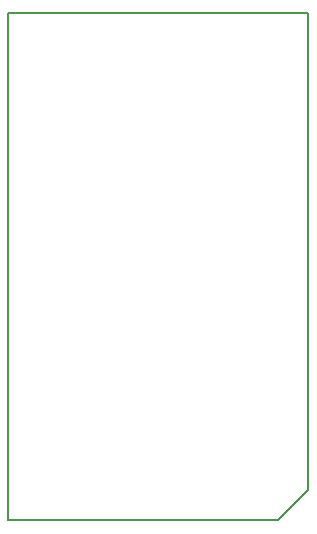
<source format=gm1>
G04 #@! TF.GenerationSoftware,KiCad,Pcbnew,(5.0.0)*
G04 #@! TF.CreationDate,2018-09-17T15:57:07-05:00*
G04 #@! TF.ProjectId,TESEO-LIV3F_uBUS,544553454F2D4C495633465F75425553,rev?*
G04 #@! TF.SameCoordinates,Original*
G04 #@! TF.FileFunction,Profile,NP*
%FSLAX46Y46*%
G04 Gerber Fmt 4.6, Leading zero omitted, Abs format (unit mm)*
G04 Created by KiCad (PCBNEW (5.0.0)) date 09/17/18 15:57:07*
%MOMM*%
%LPD*%
G01*
G04 APERTURE LIST*
%ADD10C,0.150000*%
G04 APERTURE END LIST*
D10*
X148590000Y-138430000D02*
X151130000Y-135890000D01*
X125730000Y-95504000D02*
X125730000Y-138430000D01*
X151130000Y-95504000D02*
X125730000Y-95504000D01*
X151130000Y-135890000D02*
X151130000Y-95504000D01*
X125730000Y-138430000D02*
X148590000Y-138430000D01*
M02*

</source>
